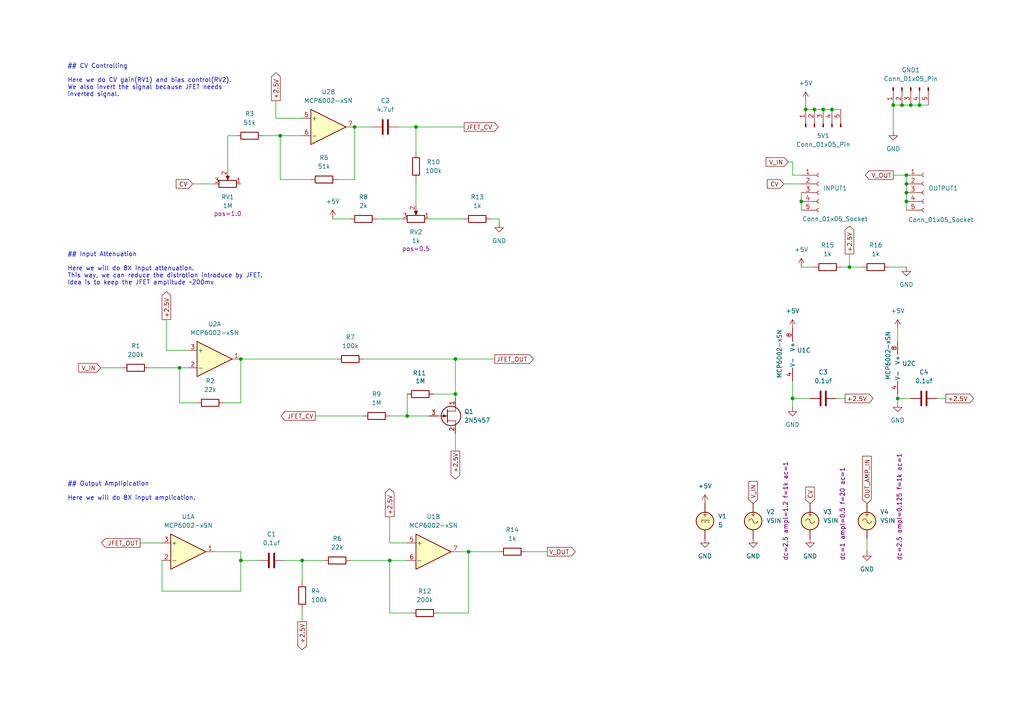
<source format=kicad_sch>
(kicad_sch (version 20231120) (generator "eeschema") (generator_version "8.0")
  (paper "A4")
  (lib_symbols
    (symbol "Amplifier_Operational:MCP6002-xSN" (pin_names (offset 0.127))
      (property "Reference" "U" (at 0 5.08 0))
      (property "Value" "MCP6002-xSN" (at 0 -5.08 0))
      (symbol "MCP6002-xSN_1_1"
        (polyline (pts (xy -5.08 5.08) (xy 5.08 0) (xy -5.08 -5.08) (xy -5.08 5.08)) (stroke (width 0.254)) (fill (type background)))
        (pin output line (at 7.62 0 180) (length 2.54) (name "~") (number "1"))
        (pin input line (at -7.62 -2.54 0) (length 2.54) (name "-") (number "2"))
        (pin input line (at -7.62 2.54 0) (length 2.54) (name "+") (number "3"))
      )
      (symbol "MCP6002-xSN_2_1"
        (polyline (pts (xy -5.08 5.08) (xy 5.08 0) (xy -5.08 -5.08) (xy -5.08 5.08)) (stroke (width 0.254)) (fill (type background)))
        (pin input line (at -7.62 2.54 0) (length 2.54) (name "+") (number "5"))
        (pin input line (at -7.62 -2.54 0) (length 2.54) (name "-") (number "6"))
        (pin output line (at 7.62 0 180) (length 2.54) (name "~") (number "7"))
      )
      (symbol "MCP6002-xSN_3_1"
        (pin power_in line (at -2.54 -7.62 90) (length 3.81) (name "V-") (number "4"))
        (pin power_in line (at -2.54 7.62 270) (length 3.81) (name "V+") (number "8"))
      )
    )
    (symbol "Connector:Conn_01x05_Pin" (pin_names (offset 1.016) hide)
      (property "Reference" "J" (at 0 7.62 0))
      (property "Value" "Conn_01x05_Pin" (at 0 -7.62 0))
      (symbol "Conn_01x05_Pin_1_1"
        (polyline (pts (xy 1.27 -5.08) (xy 0.8636 -5.08)) (stroke (width 0.1524)))
        (polyline (pts (xy 1.27 -2.54) (xy 0.8636 -2.54)) (stroke (width 0.1524)))
        (polyline (pts (xy 1.27 0) (xy 0.8636 0)) (stroke (width 0.1524)))
        (polyline (pts (xy 1.27 2.54) (xy 0.8636 2.54)) (stroke (width 0.1524)))
        (polyline (pts (xy 1.27 5.08) (xy 0.8636 5.08)) (stroke (width 0.1524)))
        (rectangle (start 0.8636 -4.953) (end 0 -5.207) (stroke (width 0.1524)) (fill (type outline)))
        (rectangle (start 0.8636 -2.413) (end 0 -2.667) (stroke (width 0.1524)) (fill (type outline)))
        (rectangle (start 0.8636 0.127) (end 0 -0.127) (stroke (width 0.1524)) (fill (type outline)))
        (rectangle (start 0.8636 2.667) (end 0 2.413) (stroke (width 0.1524)) (fill (type outline)))
        (rectangle (start 0.8636 5.207) (end 0 4.953) (stroke (width 0.1524)) (fill (type outline)))
        (pin passive line (at 5.08 5.08 180) (length 3.81) (name "Pin_1") (number "1"))
        (pin passive line (at 5.08 2.54 180) (length 3.81) (name "Pin_2") (number "2"))
        (pin passive line (at 5.08 0 180) (length 3.81) (name "Pin_3") (number "3"))
        (pin passive line (at 5.08 -2.54 180) (length 3.81) (name "Pin_4") (number "4"))
        (pin passive line (at 5.08 -5.08 180) (length 3.81) (name "Pin_5") (number "5"))
      )
    )
    (symbol "Connector:Conn_01x05_Socket" (pin_names (offset 1.016) hide)
      (property "Reference" "J" (at 0 7.62 0))
      (property "Value" "Conn_01x05_Socket" (at 0 -7.62 0))
      (symbol "Conn_01x05_Socket_1_1"
        (arc (start 0 -4.572) (mid -0.5058 -5.08) (end 0 -5.588) (stroke (width 0.1524)))
        (arc (start 0 -2.032) (mid -0.5058 -2.54) (end 0 -3.048) (stroke (width 0.1524)))
        (polyline (pts (xy -1.27 -5.08) (xy -0.508 -5.08)) (stroke (width 0.1524)))
        (polyline (pts (xy -1.27 -2.54) (xy -0.508 -2.54)) (stroke (width 0.1524)))
        (polyline (pts (xy -1.27 0) (xy -0.508 0)) (stroke (width 0.1524)))
        (polyline (pts (xy -1.27 2.54) (xy -0.508 2.54)) (stroke (width 0.1524)))
        (polyline (pts (xy -1.27 5.08) (xy -0.508 5.08)) (stroke (width 0.1524)))
        (arc (start 0 0.508) (mid -0.5058 0) (end 0 -0.508) (stroke (width 0.1524)))
        (arc (start 0 3.048) (mid -0.5058 2.54) (end 0 2.032) (stroke (width 0.1524)))
        (arc (start 0 5.588) (mid -0.5058 5.08) (end 0 4.572) (stroke (width 0.1524)))
        (pin passive line (at -5.08 5.08 0) (length 3.81) (name "Pin_1") (number "1"))
        (pin passive line (at -5.08 2.54 0) (length 3.81) (name "Pin_2") (number "2"))
        (pin passive line (at -5.08 0 0) (length 3.81) (name "Pin_3") (number "3"))
        (pin passive line (at -5.08 -2.54 0) (length 3.81) (name "Pin_4") (number "4"))
        (pin passive line (at -5.08 -5.08 0) (length 3.81) (name "Pin_5") (number "5"))
      )
    )
    (symbol "Device:C" (pin_numbers hide) (pin_names (offset 0.254))
      (property "Reference" "C" (at 0.635 2.54 0))
      (property "Value" "C" (at 0.635 -2.54 0))
      (symbol "C_0_1"
        (polyline (pts (xy -2.032 -0.762) (xy 2.032 -0.762)) (stroke (width 0.508)))
        (polyline (pts (xy -2.032 0.762) (xy 2.032 0.762)) (stroke (width 0.508)))
      )
      (symbol "C_1_1"
        (pin passive line (at 0 3.81 270) (length 2.794) (name "~") (number "1"))
        (pin passive line (at 0 -3.81 90) (length 2.794) (name "~") (number "2"))
      )
    )
    (symbol "Device:R" (pin_numbers hide) (pin_names (offset 0))
      (property "Reference" "R" (at 2.032 0 90))
      (property "Value" "R" (at 0 0 90))
      (symbol "R_0_1"
        (rectangle (start -1.016 -2.54) (end 1.016 2.54) (stroke (width 0.254)))
      )
      (symbol "R_1_1"
        (pin passive line (at 0 3.81 270) (length 1.27) (name "~") (number "1"))
        (pin passive line (at 0 -3.81 90) (length 1.27) (name "~") (number "2"))
      )
    )
    (symbol "Device:R_Potentiometer" (pin_names (offset 1.016) hide)
      (property "Reference" "RV" (at -4.445 0 90))
      (property "Value" "R_Potentiometer" (at -2.54 0 90))
      (symbol "R_Potentiometer_0_1"
        (polyline (pts (xy 2.54 0) (xy 1.524 0)))
        (polyline (pts (xy 1.143 0) (xy 2.286 0.508) (xy 2.286 -0.508) (xy 1.143 0)) (fill (type outline)))
        (rectangle (start 1.016 2.54) (end -1.016 -2.54) (stroke (width 0.254)))
      )
      (symbol "R_Potentiometer_1_1"
        (pin passive line (at 0 3.81 270) (length 1.27) (name "1") (number "1"))
        (pin passive line (at 3.81 0 180) (length 1.27) (name "2") (number "2"))
        (pin passive line (at 0 -3.81 90) (length 1.27) (name "3") (number "3"))
      )
    )
    (symbol "Simulation_SPICE:VDC" (pin_numbers hide) (pin_names (offset 0.0254))
      (property "Reference" "V" (at 2.54 2.54 0))
      (property "Value" "1" (at 2.54 0 0))
      (symbol "VDC_0_0"
        (polyline (pts (xy -1.27 0.254) (xy 1.27 0.254)))
        (polyline (pts (xy -0.762 -0.254) (xy -1.27 -0.254)))
        (polyline (pts (xy 0.254 -0.254) (xy -0.254 -0.254)))
        (polyline (pts (xy 1.27 -0.254) (xy 0.762 -0.254)))
        (text "+" (at 0 1.905 0) (effects (font (size 1.27 1.27))))
      )
      (symbol "VDC_0_1"
        (circle (center 0 0) (radius 2.54) (stroke (width 0.254)) (fill (type background)))
      )
      (symbol "VDC_1_1"
        (pin passive line (at 0 5.08 270) (length 2.54) (name "~") (number "1"))
        (pin passive line (at 0 -5.08 90) (length 2.54) (name "~") (number "2"))
      )
    )
    (symbol "Simulation_SPICE:VSIN" (pin_numbers hide) (pin_names (offset 0.0254))
      (property "Reference" "V" (at 2.54 2.54 0))
      (property "Value" "VSIN" (at 2.54 0 0))
      (property "Sim.Params" "dc=0 ampl=1 f=1k ac=1" (at 2.54 -2.54 0))
      (symbol "VSIN_0_0"
        (arc (start 0 0) (mid -0.635 0.6323) (end -1.27 0))
        (arc (start 0 0) (mid 0.635 -0.6323) (end 1.27 0))
        (text "+" (at 0 1.905 0) (effects (font (size 1.27 1.27))))
      )
      (symbol "VSIN_0_1"
        (circle (center 0 0) (radius 2.54) (stroke (width 0.254)) (fill (type background)))
      )
      (symbol "VSIN_1_1"
        (pin passive line (at 0 5.08 270) (length 2.54) (name "~") (number "1"))
        (pin passive line (at 0 -5.08 90) (length 2.54) (name "~") (number "2"))
      )
    )
    (symbol "Transistor_FET:BSR56" (pin_names hide)
      (property "Reference" "Q" (at 5.08 1.905 0))
      (property "Value" "BSR56" (at 5.08 0 0))
      (symbol "BSR56_0_1"
        (polyline (pts (xy 0.254 0) (xy -2.54 0)))
        (polyline (pts (xy 0.254 1.905) (xy 0.254 -1.905)) (stroke (width 0.254)))
        (polyline (pts (xy 2.54 -2.54) (xy 2.54 -1.397) (xy 0.254 -1.397)))
        (polyline (pts (xy 2.54 2.54) (xy 2.54 1.397) (xy 0.254 1.397)))
        (polyline (pts (xy 0 0) (xy -1.016 0.381) (xy -1.016 -0.381) (xy 0 0)) (fill (type outline)))
        (circle (center 1.27 0) (radius 2.8194) (stroke (width 0.254)))
      )
      (symbol "BSR56_1_1"
        (pin passive line (at 2.54 5.08 270) (length 2.54) (name "D") (number "1"))
        (pin passive line (at 2.54 -5.08 90) (length 2.54) (name "S") (number "2"))
        (pin input line (at -5.08 0 0) (length 2.54) (name "G") (number "3"))
      )
    )
    (symbol "power:+5V" (power) (pin_numbers hide) (pin_names (offset 0) hide)
      (property "Value" "+5V" (at 0 3.556 0))
      (symbol "+5V_0_1"
        (polyline (pts (xy -0.762 1.27) (xy 0 2.54)))
        (polyline (pts (xy 0 0) (xy 0 2.54)))
        (polyline (pts (xy 0 2.54) (xy 0.762 1.27)))
      )
      (symbol "+5V_1_1"
        (pin power_in line (at 0 0 90) (length 0) (name "~") (number "1"))
      )
    )
    (symbol "power:GND" (power) (pin_numbers hide) (pin_names (offset 0) hide)
      (property "Value" "GND" (at 0 -3.81 0))
      (symbol "GND_0_1"
        (polyline (pts (xy 0 0) (xy 0 -1.27) (xy 1.27 -1.27) (xy 0 -2.54) (xy -1.27 -1.27) (xy 0 -1.27)))
      )
      (symbol "GND_1_1"
        (pin power_in line (at 0 0 270) (length 0) (name "~") (number "1"))
      )
    )
  )
  (junction (at 236.22 31.75))
  (junction (at 261.62 30.48))
  (junction (at 118.11 120.65))
  (junction (at 233.68 31.75))
  (junction (at 241.3 31.75))
  (junction (at 229.87 115.57))
  (junction (at 266.7 30.48))
  (junction (at 262.89 55.88))
  (junction (at 232.41 58.42))
  (junction (at 132.08 114.3))
  (junction (at 262.89 53.34))
  (junction (at 69.85 162.56))
  (junction (at 246.38 77.47))
  (junction (at 102.87 36.83))
  (junction (at 135.89 160.02))
  (junction (at 264.16 30.48))
  (junction (at 260.35 115.57))
  (junction (at 132.08 104.14))
  (junction (at 113.03 162.56))
  (junction (at 52.07 106.68))
  (junction (at 87.63 162.56))
  (junction (at 238.76 31.75))
  (junction (at 262.89 50.8))
  (junction (at 120.65 36.83))
  (junction (at 262.89 58.42))
  (junction (at 69.85 104.14))
  (junction (at 259.08 30.48))
  (junction (at 81.28 39.37))
  (wire (pts (xy 66.04 39.37) (xy 66.04 49.53)))
  (wire (pts (xy 124.46 63.5) (xy 134.62 63.5)))
  (wire (pts (xy 118.11 120.65) (xy 124.46 120.65)))
  (wire (pts (xy 135.89 177.8) (xy 135.89 160.02)))
  (wire (pts (xy 119.38 177.8) (xy 113.03 177.8)))
  (wire (pts (xy 105.41 104.14) (xy 132.08 104.14)))
  (wire (pts (xy 102.87 52.07) (xy 102.87 36.83)))
  (wire (pts (xy 262.89 55.88) (xy 262.89 58.42)))
  (wire (pts (xy 40.64 157.48) (xy 46.99 157.48)))
  (wire (pts (xy 102.87 36.83) (xy 107.95 36.83)))
  (wire (pts (xy 229.87 118.11) (xy 229.87 115.57)))
  (wire (pts (xy 229.87 50.8) (xy 232.41 50.8)))
  (wire (pts (xy 118.11 162.56) (xy 113.03 162.56)))
  (wire (pts (xy 101.6 162.56) (xy 113.03 162.56)))
  (wire (pts (xy 241.3 31.75) (xy 243.84 31.75)))
  (wire (pts (xy 259.08 50.8) (xy 262.89 50.8)))
  (wire (pts (xy 120.65 52.07) (xy 120.65 59.69)))
  (wire (pts (xy 81.28 52.07) (xy 81.28 39.37)))
  (wire (pts (xy 113.03 157.48) (xy 113.03 149.86)))
  (wire (pts (xy 54.61 101.6) (xy 48.26 101.6)))
  (wire (pts (xy 55.88 53.34) (xy 62.23 53.34)))
  (wire (pts (xy 80.01 34.29) (xy 80.01 29.21)))
  (wire (pts (xy 229.87 110.49) (xy 229.87 115.57)))
  (wire (pts (xy 233.68 31.75) (xy 236.22 31.75)))
  (wire (pts (xy 96.52 63.5) (xy 101.6 63.5)))
  (wire (pts (xy 69.85 160.02) (xy 69.85 162.56)))
  (wire (pts (xy 232.41 58.42) (xy 232.41 60.96)))
  (wire (pts (xy 97.79 52.07) (xy 102.87 52.07)))
  (wire (pts (xy 245.11 115.57) (xy 242.57 115.57)))
  (wire (pts (xy 43.18 106.68) (xy 52.07 106.68)))
  (wire (pts (xy 87.63 180.34) (xy 87.63 176.53)))
  (wire (pts (xy 46.99 171.45) (xy 46.99 162.56)))
  (wire (pts (xy 132.08 130.81) (xy 132.08 125.73)))
  (wire (pts (xy 69.85 104.14) (xy 97.79 104.14)))
  (wire (pts (xy 69.85 162.56) (xy 74.93 162.56)))
  (wire (pts (xy 266.7 30.48) (xy 269.24 30.48)))
  (wire (pts (xy 91.44 120.65) (xy 105.41 120.65)))
  (wire (pts (xy 125.73 114.3) (xy 132.08 114.3)))
  (wire (pts (xy 118.11 114.3) (xy 118.11 120.65)))
  (wire (pts (xy 120.65 36.83) (xy 134.62 36.83)))
  (wire (pts (xy 29.21 106.68) (xy 35.56 106.68)))
  (wire (pts (xy 238.76 31.75) (xy 241.3 31.75)))
  (wire (pts (xy 259.08 30.48) (xy 261.62 30.48)))
  (wire (pts (xy 118.11 157.48) (xy 113.03 157.48)))
  (wire (pts (xy 260.35 115.57) (xy 264.16 115.57)))
  (wire (pts (xy 135.89 160.02) (xy 144.78 160.02)))
  (wire (pts (xy 87.63 162.56) (xy 87.63 168.91)))
  (wire (pts (xy 62.23 160.02) (xy 69.85 160.02)))
  (wire (pts (xy 259.08 30.48) (xy 259.08 38.1)))
  (wire (pts (xy 233.68 31.75) (xy 233.68 29.21)))
  (wire (pts (xy 113.03 120.65) (xy 118.11 120.65)))
  (wire (pts (xy 262.89 77.47) (xy 257.81 77.47)))
  (wire (pts (xy 52.07 116.84) (xy 52.07 106.68)))
  (wire (pts (xy 87.63 162.56) (xy 93.98 162.56)))
  (wire (pts (xy 234.95 115.57) (xy 229.87 115.57)))
  (wire (pts (xy 133.35 160.02) (xy 135.89 160.02)))
  (wire (pts (xy 229.87 46.99) (xy 229.87 50.8)))
  (wire (pts (xy 232.41 55.88) (xy 232.41 58.42)))
  (wire (pts (xy 69.85 171.45) (xy 46.99 171.45)))
  (wire (pts (xy 132.08 104.14) (xy 132.08 114.3)))
  (wire (pts (xy 120.65 36.83) (xy 120.65 44.45)))
  (wire (pts (xy 109.22 63.5) (xy 116.84 63.5)))
  (wire (pts (xy 264.16 30.48) (xy 266.7 30.48)))
  (wire (pts (xy 132.08 104.14) (xy 143.51 104.14)))
  (wire (pts (xy 142.24 63.5) (xy 144.78 63.5)))
  (wire (pts (xy 144.78 63.5) (xy 144.78 64.77)))
  (wire (pts (xy 64.77 116.84) (xy 69.85 116.84)))
  (wire (pts (xy 69.85 162.56) (xy 69.85 171.45)))
  (wire (pts (xy 227.33 53.34) (xy 232.41 53.34)))
  (wire (pts (xy 48.26 101.6) (xy 48.26 92.71)))
  (wire (pts (xy 152.4 160.02) (xy 158.75 160.02)))
  (wire (pts (xy 274.32 115.57) (xy 271.78 115.57)))
  (wire (pts (xy 260.35 115.57) (xy 260.35 114.3)))
  (wire (pts (xy 57.15 116.84) (xy 52.07 116.84)))
  (wire (pts (xy 90.17 52.07) (xy 81.28 52.07)))
  (wire (pts (xy 232.41 77.47) (xy 236.22 77.47)))
  (wire (pts (xy 251.46 156.21) (xy 251.46 160.02)))
  (wire (pts (xy 66.04 39.37) (xy 68.58 39.37)))
  (wire (pts (xy 246.38 73.66) (xy 246.38 77.47)))
  (wire (pts (xy 52.07 106.68) (xy 54.61 106.68)))
  (wire (pts (xy 262.89 53.34) (xy 262.89 55.88)))
  (wire (pts (xy 236.22 31.75) (xy 238.76 31.75)))
  (wire (pts (xy 87.63 34.29) (xy 80.01 34.29)))
  (wire (pts (xy 262.89 58.42) (xy 262.89 60.96)))
  (wire (pts (xy 76.2 39.37) (xy 81.28 39.37)))
  (wire (pts (xy 260.35 116.84) (xy 260.35 115.57)))
  (wire (pts (xy 81.28 39.37) (xy 87.63 39.37)))
  (wire (pts (xy 113.03 177.8) (xy 113.03 162.56)))
  (wire (pts (xy 69.85 116.84) (xy 69.85 104.14)))
  (wire (pts (xy 262.89 50.8) (xy 262.89 53.34)))
  (wire (pts (xy 246.38 77.47) (xy 250.19 77.47)))
  (wire (pts (xy 132.08 114.3) (xy 132.08 115.57)))
  (wire (pts (xy 260.35 95.25) (xy 260.35 99.06)))
  (wire (pts (xy 228.6 46.99) (xy 229.87 46.99)))
  (wire (pts (xy 127 177.8) (xy 135.89 177.8)))
  (wire (pts (xy 261.62 30.48) (xy 264.16 30.48)))
  (wire (pts (xy 243.84 77.47) (xy 246.38 77.47)))
  (wire (pts (xy 82.55 162.56) (xy 87.63 162.56)))
  (wire (pts (xy 115.57 36.83) (xy 120.65 36.83)))
  (text "## CV Controlling\n\nHere we do CV gain(RV1) and bias control(RV2).\nWe also invert the signal because JFET needs\ninverted signal." (exclude_from_sim yes) (at 19.558 23.368 0) (effects (font (size 1.27 1.27)) (justify left)))
  (text "## Input Attenuation\n\nHere we will do 8X input attenuation.\nThis way, we can reduce the distrotion introduce by JFET.\nIdea is to keep the JFET amplitude ~200mv" (exclude_from_sim yes) (at 19.558 77.978 0) (effects (font (size 1.27 1.27)) (justify left)))
  (text "## Output Amplipication\n\nHere we will do 8X input amplication." (exclude_from_sim yes) (at 19.558 142.494 0) (effects (font (size 1.27 1.27)) (justify left)))
  (global_label "+2.5V" (shape output) (at 245.11 115.57 0) (property "Intersheetrefs" "${INTERSHEET_REFS}" (effects (hide yes))))
  (global_label "V_IN" (shape input) (at 29.21 106.68 180) (property "Intersheetrefs" "${INTERSHEET_REFS}" (effects (hide yes))))
  (global_label "JFET_OUT" (shape output) (at 40.64 157.48 180) (property "Intersheetrefs" "${INTERSHEET_REFS}" (effects (hide yes))))
  (global_label "JFET_CV" (shape output) (at 91.44 120.65 180) (property "Intersheetrefs" "${INTERSHEET_REFS}" (effects (hide yes))))
  (global_label "V_OUT" (shape output) (at 158.75 160.02 0) (property "Intersheetrefs" "${INTERSHEET_REFS}" (effects (hide yes))))
  (global_label "OUT_AMP_IN" (shape input) (at 251.46 146.05 90) (property "Intersheetrefs" "${INTERSHEET_REFS}" (effects (hide yes))))
  (global_label "CV" (shape input) (at 55.88 53.34 180) (property "Intersheetrefs" "${INTERSHEET_REFS}" (effects (hide yes))))
  (global_label "+2.5V" (shape output) (at 113.03 149.86 90) (property "Intersheetrefs" "${INTERSHEET_REFS}" (effects (hide yes))))
  (global_label "+2.5V" (shape output) (at 48.26 92.71 90) (property "Intersheetrefs" "${INTERSHEET_REFS}" (effects (hide yes))))
  (global_label "+2.5V" (shape output) (at 132.08 130.81 270) (property "Intersheetrefs" "${INTERSHEET_REFS}" (effects (hide yes))))
  (global_label "JFET_OUT" (shape output) (at 143.51 104.14 0) (property "Intersheetrefs" "${INTERSHEET_REFS}" (effects (hide yes))))
  (global_label "+2.5V" (shape output) (at 87.63 180.34 270) (property "Intersheetrefs" "${INTERSHEET_REFS}" (effects (hide yes))))
  (global_label "JFET_CV" (shape output) (at 134.62 36.83 0) (property "Intersheetrefs" "${INTERSHEET_REFS}" (effects (hide yes))))
  (global_label "V_IN" (shape input) (at 218.44 146.05 90) (property "Intersheetrefs" "${INTERSHEET_REFS}" (effects (hide yes))))
  (global_label "CV" (shape input) (at 227.33 53.34 180) (property "Intersheetrefs" "${INTERSHEET_REFS}" (effects (hide yes))))
  (global_label "+2.5V" (shape output) (at 80.01 29.21 90) (property "Intersheetrefs" "${INTERSHEET_REFS}" (effects (hide yes))))
  (global_label "+2.5V" (shape output) (at 246.38 73.66 90) (property "Intersheetrefs" "${INTERSHEET_REFS}" (effects (hide yes))))
  (global_label "V_OUT" (shape output) (at 259.08 50.8 180) (property "Intersheetrefs" "${INTERSHEET_REFS}" (effects (hide yes))))
  (global_label "V_IN" (shape input) (at 228.6 46.99 180) (property "Intersheetrefs" "${INTERSHEET_REFS}" (effects (hide yes))))
  (global_label "+2.5V" (shape output) (at 274.32 115.57 0) (property "Intersheetrefs" "${INTERSHEET_REFS}" (effects (hide yes))))
  (global_label "CV" (shape input) (at 234.95 146.05 90) (property "Intersheetrefs" "${INTERSHEET_REFS}" (effects (hide yes))))
  (symbol (lib_id "Simulation_SPICE:VDC") (at 204.47 151.13 0) (unit 1) (on_board no)
    (property "Reference" "V1" (at 208.28 149.7301 0) (effects (justify left)))
    (property "Value" "5" (at 208.28 152.2701 0) (effects (justify left)))
    (property "Datasheet" "https://ngspice.sourceforge.io/docs/ngspice-html-manual/manual.xhtml#sec_Independent_Sources_for" (effects (hide yes)))
    (property "Description" "Voltage source, DC" (effects (hide yes)))
    (property "Sim.Pins" "1=+ 2=-" (effects (hide yes)))
    (property "Sim.Type" "DC" (effects (hide yes)))
    (property "Sim.Device" "V" (effects (hide yes)))
  )
  (symbol (lib_id "Transistor_FET:BSR56") (at 129.54 120.65 0) (unit 1)
    (property "Reference" "Q1" (at 134.62 119.3799 0) (effects (justify left)))
    (property "Value" "2N5457" (at 134.62 121.9199 0) (effects (justify left)))
    (property "Footprint" "Package_TO_SOT_THT:TO-92L_HandSolder" (effects (hide yes)))
    (property "Datasheet" "https://www.nxp.com/docs/en/data-sheet/BSR56_57_58.pdf" (effects (hide yes)))
    (property "Description" "50mA min, 40V, 25mOhm max, 4-10V Vgs(off), N-Channel JFET, SOT-23" (effects (hide yes)))
    (property "Sim.Device" "NJFET" (effects (hide yes)))
    (property "Sim.Type" "SHICHMANHODGES" (effects (hide yes)))
    (property "Sim.Pins" "1=D 2=S 3=G" (effects (hide yes)))
    (property "Sim.Library" "/Users/arunoda/data/projects/kicad-splice-models/2N5457.lib" (effects (hide yes)))
    (property "Sim.Name" "2N5457" (effects (hide yes)))
    (property "Sim.Params" "vt0=-1 beta=0.0000001" (effects (hide yes)))
  )
  (symbol (lib_id "Connector:Conn_01x05_Pin") (at 238.76 36.83 90) (unit 1) (exclude_from_sim yes)
    (property "Reference" "5V1" (at 238.76 39.37 90))
    (property "Value" "Conn_01x05_Pin" (at 238.76 41.91 90))
    (property "Footprint" "Connector_PinHeader_2.54mm:PinHeader_1x05_P2.54mm_Vertical" (effects (hide yes)))
    (property "Description" "Generic connector, single row, 01x05, script generated" (effects (hide yes)))
  )
  (symbol (lib_id "Device:C") (at 238.76 115.57 90) (unit 1)
    (property "Reference" "C3" (at 238.76 107.95 90))
    (property "Value" "0.1uf" (at 238.76 110.49 90))
    (property "Footprint" "Capacitor_SMD:C_0402_1005Metric" (effects (hide yes)))
    (property "Description" "Unpolarized capacitor" (effects (hide yes)))
  )
  (symbol (lib_id "Amplifier_Operational:MCP6002-xSN") (at 62.23 104.14 0) (unit 1)
    (property "Reference" "U2" (at 62.23 93.98 0))
    (property "Value" "MCP6002-xSN" (at 62.23 96.52 0))
    (property "Footprint" "Package_SO:SOIC-8-1EP_3.9x4.9mm_P1.27mm_EP2.29x3mm" (effects (hide yes)))
    (property "Datasheet" "http://ww1.microchip.com/downloads/en/DeviceDoc/21733j.pdf" (effects (hide yes)))
    (property "Description" "1MHz, Low-Power Op Amp, SOIC-8" (effects (hide yes)))
    (property "Sim.Library" "${KICAD8_SYMBOL_DIR}/Simulation_SPICE.sp" (effects (hide yes)))
    (property "Sim.Name" "kicad_builtin_opamp_dual" (effects (hide yes)))
    (property "Sim.Device" "SUBCKT" (effects (hide yes)))
    (property "Sim.Pins" "1=out1 2=in1- 3=in1+ 4=vee 5=in2+ 6=in2- 7=out2 8=vcc" (effects (hide yes)))
  )
  (symbol (lib_id "Device:R_Potentiometer") (at 66.04 53.34 270) (mirror x) (unit 1)
    (property "Reference" "RV1" (at 66.04 57.15 90))
    (property "Value" "1M" (at 66.04 59.69 90))
    (property "Footprint" "BreadModular_Pots:Potentiometer_RV09" (effects (hide yes)))
    (property "Description" "Potentiometer" (effects (hide yes)))
    (property "Sim.Device" "R" (effects (hide yes)))
    (property "Sim.Type" "POT" (effects (hide yes)))
    (property "Sim.Pins" "1=r0 2=wiper 3=r1" (effects (hide yes)))
    (property "Sim.Params" "pos=1.0" (at 66.04 61.976 90))
  )
  (symbol (lib_id "Device:R") (at 101.6 104.14 270) (unit 1)
    (property "Reference" "R7" (at 101.6 97.79 90))
    (property "Value" "100k" (at 101.6 100.33 90))
    (property "Footprint" "Resistor_SMD:R_0402_1005Metric" (effects (hide yes)))
    (property "Description" "Resistor" (effects (hide yes)))
  )
  (symbol (lib_id "power:+5V") (at 232.41 77.47 0) (unit 1)
    (property "Reference" "#PWR08" (effects (hide yes)))
    (property "Value" "+5V" (at 232.41 72.39 0))
    (property "Description" "Power symbol creates a global label with name \"+5V\"" (effects (hide yes)))
  )
  (symbol (lib_id "Amplifier_Operational:MCP6002-xSN") (at 54.61 160.02 0) (unit 1)
    (property "Reference" "U1" (at 54.61 149.86 0))
    (property "Value" "MCP6002-xSN" (at 54.61 152.4 0))
    (property "Footprint" "Package_SO:SOIC-8-1EP_3.9x4.9mm_P1.27mm_EP2.29x3mm" (effects (hide yes)))
    (property "Datasheet" "http://ww1.microchip.com/downloads/en/DeviceDoc/21733j.pdf" (effects (hide yes)))
    (property "Description" "1MHz, Low-Power Op Amp, SOIC-8" (effects (hide yes)))
    (property "Sim.Library" "${KICAD8_SYMBOL_DIR}/Simulation_SPICE.sp" (effects (hide yes)))
    (property "Sim.Name" "kicad_builtin_opamp_dual" (effects (hide yes)))
    (property "Sim.Device" "SUBCKT" (effects (hide yes)))
    (property "Sim.Pins" "1=out1 2=in1- 3=in1+ 4=vee 5=in2+ 6=in2- 7=out2 8=vcc" (effects (hide yes)))
  )
  (symbol (lib_id "power:+5V") (at 204.47 146.05 0) (unit 1)
    (property "Reference" "#PWR03" (effects (hide yes)))
    (property "Value" "+5V" (at 204.47 140.97 0))
    (property "Description" "Power symbol creates a global label with name \"+5V\"" (effects (hide yes)))
  )
  (symbol (lib_id "power:GND") (at 251.46 160.02 0) (unit 1)
    (property "Reference" "#PWR011" (effects (hide yes)))
    (property "Value" "GND" (at 251.46 165.1 0))
    (property "Description" "Power symbol creates a global label with name \"GND\" , ground" (effects (hide yes)))
  )
  (symbol (lib_id "Device:R") (at 60.96 116.84 270) (unit 1)
    (property "Reference" "R2" (at 60.96 110.49 90))
    (property "Value" "22k" (at 60.96 113.03 90))
    (property "Footprint" "Resistor_SMD:R_0402_1005Metric" (effects (hide yes)))
    (property "Description" "Resistor" (effects (hide yes)))
  )
  (symbol (lib_id "Simulation_SPICE:VSIN") (at 218.44 151.13 0) (unit 1) (on_board no)
    (property "Reference" "V2" (at 222.25 148.4601 0) (effects (justify left)))
    (property "Value" "VSIN" (at 222.25 151.0001 0) (effects (justify left)))
    (property "Datasheet" "https://ngspice.sourceforge.io/docs/ngspice-html-manual/manual.xhtml#sec_Independent_Sources_for" (effects (hide yes)))
    (property "Description" "Voltage source, sinusoidal" (effects (hide yes)))
    (property "Sim.Pins" "1=+ 2=-" (effects (hide yes)))
    (property "Sim.Params" "dc=2.5 ampl=1.2 f=1k ac=1" (at 227.838 162.56 90) (effects (justify left)))
    (property "Sim.Type" "SIN" (effects (hide yes)))
    (property "Sim.Device" "V" (effects (hide yes)))
  )
  (symbol (lib_id "power:+5V") (at 233.68 29.21 0) (unit 1)
    (property "Reference" "#PWR09" (effects (hide yes)))
    (property "Value" "+5V" (at 233.68 24.13 0))
    (property "Description" "Power symbol creates a global label with name \"+5V\"" (effects (hide yes)))
  )
  (symbol (lib_id "Amplifier_Operational:MCP6002-xSN") (at 95.25 36.83 0) (unit 2)
    (property "Reference" "U2" (at 95.25 26.67 0))
    (property "Value" "MCP6002-xSN" (at 95.25 29.21 0))
    (property "Footprint" "Package_SO:SOIC-8-1EP_3.9x4.9mm_P1.27mm_EP2.29x3mm" (effects (hide yes)))
    (property "Datasheet" "http://ww1.microchip.com/downloads/en/DeviceDoc/21733j.pdf" (effects (hide yes)))
    (property "Description" "1MHz, Low-Power Op Amp, SOIC-8" (effects (hide yes)))
    (property "Sim.Library" "${KICAD8_SYMBOL_DIR}/Simulation_SPICE.sp" (effects (hide yes)))
    (property "Sim.Name" "kicad_builtin_opamp_dual" (effects (hide yes)))
    (property "Sim.Device" "SUBCKT" (effects (hide yes)))
    (property "Sim.Pins" "1=out1 2=in1- 3=in1+ 4=vee 5=in2+ 6=in2- 7=out2 8=vcc" (effects (hide yes)))
  )
  (symbol (lib_id "power:GND") (at 259.08 38.1 0) (unit 1)
    (property "Reference" "#PWR012" (effects (hide yes)))
    (property "Value" "GND" (at 259.08 43.18 0))
    (property "Description" "Power symbol creates a global label with name \"GND\" , ground" (effects (hide yes)))
  )
  (symbol (lib_id "Device:R") (at 72.39 39.37 270) (unit 1)
    (property "Reference" "R3" (at 72.39 33.02 90))
    (property "Value" "51k" (at 72.39 35.56 90))
    (property "Footprint" "Resistor_SMD:R_0402_1005Metric" (effects (hide yes)))
    (property "Description" "Resistor" (effects (hide yes)))
  )
  (symbol (lib_id "Simulation_SPICE:VSIN") (at 234.95 151.13 0) (unit 1) (on_board no)
    (property "Reference" "V3" (at 238.76 148.4601 0) (effects (justify left)))
    (property "Value" "VSIN" (at 238.76 151.0001 0) (effects (justify left)))
    (property "Datasheet" "https://ngspice.sourceforge.io/docs/ngspice-html-manual/manual.xhtml#sec_Independent_Sources_for" (effects (hide yes)))
    (property "Description" "Voltage source, sinusoidal" (effects (hide yes)))
    (property "Sim.Pins" "1=+ 2=-" (effects (hide yes)))
    (property "Sim.Params" "dc=1 ampl=0.5 f=20 ac=1" (at 244.348 162.56 90) (effects (justify left)))
    (property "Sim.Type" "SIN" (effects (hide yes)))
    (property "Sim.Device" "V" (effects (hide yes)))
  )
  (symbol (lib_id "power:GND") (at 218.44 156.21 0) (unit 1)
    (property "Reference" "#PWR05" (effects (hide yes)))
    (property "Value" "GND" (at 218.44 161.29 0))
    (property "Description" "Power symbol creates a global label with name \"GND\" , ground" (effects (hide yes)))
  )
  (symbol (lib_id "Device:R") (at 97.79 162.56 90) (unit 1)
    (property "Reference" "R6" (at 97.79 156.21 90))
    (property "Value" "22k" (at 97.79 158.75 90))
    (property "Footprint" "Resistor_SMD:R_0402_1005Metric" (effects (hide yes)))
    (property "Description" "Resistor" (effects (hide yes)))
  )
  (symbol (lib_id "power:GND") (at 229.87 118.11 0) (unit 1)
    (property "Reference" "#PWR07" (effects (hide yes)))
    (property "Value" "GND" (at 229.87 123.19 0))
    (property "Description" "Power symbol creates a global label with name \"GND\" , ground" (effects (hide yes)))
  )
  (symbol (lib_id "Device:R") (at 148.59 160.02 90) (unit 1)
    (property "Reference" "R14" (at 148.59 153.67 90))
    (property "Value" "1k" (at 148.59 156.21 90))
    (property "Footprint" "Resistor_SMD:R_0402_1005Metric" (effects (hide yes)))
    (property "Description" "Resistor" (effects (hide yes)))
  )
  (symbol (lib_id "Device:R") (at 240.03 77.47 90) (unit 1)
    (property "Reference" "R15" (at 240.03 71.12 90))
    (property "Value" "1k" (at 240.03 73.66 90))
    (property "Footprint" "Resistor_SMD:R_0402_1005Metric" (effects (hide yes)))
    (property "Description" "Resistor" (effects (hide yes)))
  )
  (symbol (lib_id "power:GND") (at 204.47 156.21 0) (unit 1)
    (property "Reference" "#PWR04" (effects (hide yes)))
    (property "Value" "GND" (at 204.47 161.29 0))
    (property "Description" "Power symbol creates a global label with name \"GND\" , ground" (effects (hide yes)))
  )
  (symbol (lib_id "Device:R") (at 87.63 172.72 0) (unit 1)
    (property "Reference" "R4" (at 90.17 171.4499 0) (effects (justify left)))
    (property "Value" "100k" (at 90.17 173.9899 0) (effects (justify left)))
    (property "Footprint" "Resistor_SMD:R_0402_1005Metric" (effects (hide yes)))
    (property "Description" "Resistor" (effects (hide yes)))
  )
  (symbol (lib_id "power:+5V") (at 96.52 63.5 0) (unit 1)
    (property "Reference" "#PWR01" (effects (hide yes)))
    (property "Value" "+5V" (at 96.52 58.42 0))
    (property "Description" "Power symbol creates a global label with name \"+5V\"" (effects (hide yes)))
  )
  (symbol (lib_id "Device:C") (at 111.76 36.83 90) (unit 1)
    (property "Reference" "C2" (at 111.76 29.21 90))
    (property "Value" "4.7uf" (at 111.76 31.75 90))
    (property "Footprint" "Capacitor_SMD:C_1206_3216Metric" (effects (hide yes)))
    (property "Description" "Unpolarized capacitor" (effects (hide yes)))
  )
  (symbol (lib_id "Device:C") (at 78.74 162.56 90) (unit 1)
    (property "Reference" "C1" (at 78.74 154.94 90))
    (property "Value" "0.1uf" (at 78.74 157.48 90))
    (property "Footprint" "Capacitor_SMD:C_0402_1005Metric" (effects (hide yes)))
    (property "Description" "Unpolarized capacitor" (effects (hide yes)))
  )
  (symbol (lib_id "Device:R") (at 254 77.47 90) (unit 1)
    (property "Reference" "R16" (at 254 71.12 90))
    (property "Value" "1k" (at 254 73.66 90))
    (property "Footprint" "Resistor_SMD:R_0402_1005Metric" (effects (hide yes)))
    (property "Description" "Resistor" (effects (hide yes)))
  )
  (symbol (lib_id "power:GND") (at 260.35 116.84 0) (unit 1)
    (property "Reference" "#PWR014" (effects (hide yes)))
    (property "Value" "GND" (at 260.35 121.92 0))
    (property "Description" "Power symbol creates a global label with name \"GND\" , ground" (effects (hide yes)))
  )
  (symbol (lib_id "Amplifier_Operational:MCP6002-xSN") (at 262.89 106.68 0) (unit 3)
    (property "Reference" "U2" (at 261.62 105.4099 0) (effects (justify left)))
    (property "Value" "MCP6002-xSN" (at 257.556 110.236 90) (effects (justify left)))
    (property "Footprint" "Package_SO:SOIC-8-1EP_3.9x4.9mm_P1.27mm_EP2.29x3mm" (effects (hide yes)))
    (property "Datasheet" "http://ww1.microchip.com/downloads/en/DeviceDoc/21733j.pdf" (effects (hide yes)))
    (property "Description" "1MHz, Low-Power Op Amp, SOIC-8" (effects (hide yes)))
    (property "Sim.Library" "${KICAD8_SYMBOL_DIR}/Simulation_SPICE.sp" (effects (hide yes)))
    (property "Sim.Name" "kicad_builtin_opamp_dual" (effects (hide yes)))
    (property "Sim.Device" "SUBCKT" (effects (hide yes)))
    (property "Sim.Pins" "1=out1 2=in1- 3=in1+ 4=vee 5=in2+ 6=in2- 7=out2 8=vcc" (effects (hide yes)))
  )
  (symbol (lib_id "Device:C") (at 267.97 115.57 90) (unit 1)
    (property "Reference" "C4" (at 267.97 107.95 90))
    (property "Value" "0.1uf" (at 267.97 110.49 90))
    (property "Footprint" "Capacitor_SMD:C_0402_1005Metric" (effects (hide yes)))
    (property "Description" "Unpolarized capacitor" (effects (hide yes)))
  )
  (symbol (lib_id "Device:R_Potentiometer") (at 120.65 63.5 270) (mirror x) (unit 1)
    (property "Reference" "RV2" (at 120.65 67.31 90))
    (property "Value" "1k" (at 120.65 69.85 90))
    (property "Footprint" "BreadModular_Pots:Potentiometer_RV09" (effects (hide yes)))
    (property "Description" "Potentiometer" (effects (hide yes)))
    (property "Sim.Device" "R" (effects (hide yes)))
    (property "Sim.Type" "POT" (effects (hide yes)))
    (property "Sim.Pins" "1=r0 2=wiper 3=r1" (effects (hide yes)))
    (property "Sim.Params" "pos=0.5" (at 120.65 72.136 90))
  )
  (symbol (lib_id "power:+5V") (at 229.87 95.25 0) (unit 1)
    (property "Reference" "#PWR06" (effects (hide yes)))
    (property "Value" "+5V" (at 229.87 90.17 0))
    (property "Description" "Power symbol creates a global label with name \"+5V\"" (effects (hide yes)))
  )
  (symbol (lib_id "Connector:Conn_01x05_Socket") (at 267.97 55.88 0) (unit 1) (exclude_from_sim yes)
    (property "Reference" "OUTPUT1" (at 269.24 54.6099 0) (effects (justify left)))
    (property "Value" "Conn_01x05_Socket" (at 263.398 63.754 0) (effects (justify left)))
    (property "Footprint" "Connector_PinSocket_2.54mm:PinSocket_1x05_P2.54mm_Vertical" (effects (hide yes)))
    (property "Description" "Generic connector, single row, 01x05, script generated" (effects (hide yes)))
  )
  (symbol (lib_id "Amplifier_Operational:MCP6002-xSN") (at 125.73 160.02 0) (unit 2)
    (property "Reference" "U1" (at 125.73 149.86 0))
    (property "Value" "MCP6002-xSN" (at 125.73 152.4 0))
    (property "Footprint" "Package_SO:SOIC-8-1EP_3.9x4.9mm_P1.27mm_EP2.29x3mm" (effects (hide yes)))
    (property "Datasheet" "http://ww1.microchip.com/downloads/en/DeviceDoc/21733j.pdf" (effects (hide yes)))
    (property "Description" "1MHz, Low-Power Op Amp, SOIC-8" (effects (hide yes)))
    (property "Sim.Library" "${KICAD8_SYMBOL_DIR}/Simulation_SPICE.sp" (effects (hide yes)))
    (property "Sim.Name" "kicad_builtin_opamp_dual" (effects (hide yes)))
    (property "Sim.Device" "SUBCKT" (effects (hide yes)))
    (property "Sim.Pins" "1=out1 2=in1- 3=in1+ 4=vee 5=in2+ 6=in2- 7=out2 8=vcc" (effects (hide yes)))
  )
  (symbol (lib_id "Simulation_SPICE:VSIN") (at 251.46 151.13 0) (unit 1) (on_board no)
    (property "Reference" "V4" (at 255.27 148.4601 0) (effects (justify left)))
    (property "Value" "VSIN" (at 255.27 151.0001 0) (effects (justify left)))
    (property "Datasheet" "https://ngspice.sourceforge.io/docs/ngspice-html-manual/manual.xhtml#sec_Independent_Sources_for" (effects (hide yes)))
    (property "Description" "Voltage source, sinusoidal" (effects (hide yes)))
    (property "Sim.Pins" "1=+ 2=-" (effects (hide yes)))
    (property "Sim.Params" "dc=2.5 ampl=0.125 f=1k ac=1" (at 260.858 162.56 90) (effects (justify left)))
    (property "Sim.Type" "SIN" (effects (hide yes)))
    (property "Sim.Device" "V" (effects (hide yes)))
  )
  (symbol (lib_id "power:GND") (at 234.95 156.21 0) (unit 1)
    (property "Reference" "#PWR010" (effects (hide yes)))
    (property "Value" "GND" (at 234.95 161.29 0))
    (property "Description" "Power symbol creates a global label with name \"GND\" , ground" (effects (hide yes)))
  )
  (symbol (lib_id "power:+5V") (at 260.35 95.25 0) (unit 1)
    (property "Reference" "#PWR013" (effects (hide yes)))
    (property "Value" "+5V" (at 260.35 90.17 0))
    (property "Description" "Power symbol creates a global label with name \"+5V\"" (effects (hide yes)))
  )
  (symbol (lib_id "Device:R") (at 120.65 48.26 180) (unit 1)
    (property "Reference" "R10" (at 125.73 46.99 0))
    (property "Value" "100k" (at 125.73 49.53 0))
    (property "Footprint" "Resistor_SMD:R_0402_1005Metric" (effects (hide yes)))
    (property "Description" "Resistor" (effects (hide yes)))
  )
  (symbol (lib_id "power:GND") (at 144.78 64.77 0) (unit 1)
    (property "Reference" "#PWR02" (effects (hide yes)))
    (property "Value" "GND" (at 144.78 69.85 0))
    (property "Description" "Power symbol creates a global label with name \"GND\" , ground" (effects (hide yes)))
  )
  (symbol (lib_id "Connector:Conn_01x05_Socket") (at 237.49 55.88 0) (unit 1) (exclude_from_sim yes)
    (property "Reference" "INPUT1" (at 238.76 54.6099 0) (effects (justify left)))
    (property "Value" "Conn_01x05_Socket" (at 232.664 63.5 0) (effects (justify left)))
    (property "Footprint" "Connector_PinSocket_2.54mm:PinSocket_1x05_P2.54mm_Vertical" (effects (hide yes)))
    (property "Description" "Generic connector, single row, 01x05, script generated" (effects (hide yes)))
  )
  (symbol (lib_id "Amplifier_Operational:MCP6002-xSN") (at 232.41 102.87 0) (unit 3) (exclude_from_sim yes)
    (property "Reference" "U1" (at 231.14 101.5999 0) (effects (justify left)))
    (property "Value" "MCP6002-xSN" (at 226.06 109.728 90) (effects (justify left)))
    (property "Footprint" "Package_SO:SOIC-8-1EP_3.9x4.9mm_P1.27mm_EP2.29x3mm" (effects (hide yes)))
    (property "Datasheet" "http://ww1.microchip.com/downloads/en/DeviceDoc/21733j.pdf" (effects (hide yes)))
    (property "Description" "1MHz, Low-Power Op Amp, SOIC-8" (effects (hide yes)))
    (property "Sim.Library" "${KICAD8_SYMBOL_DIR}/Simulation_SPICE.sp" (effects (hide yes)))
    (property "Sim.Name" "kicad_builtin_opamp_dual" (effects (hide yes)))
    (property "Sim.Device" "SUBCKT" (effects (hide yes)))
    (property "Sim.Pins" "1=out1 2=in1- 3=in1+ 4=vee 5=in2+ 6=in2- 7=out2 8=vcc" (effects (hide yes)))
  )
  (symbol (lib_id "Device:R") (at 39.37 106.68 270) (unit 1)
    (property "Reference" "R1" (at 39.37 100.33 90))
    (property "Value" "200k" (at 39.37 102.87 90))
    (property "Footprint" "Resistor_SMD:R_0402_1005Metric" (effects (hide yes)))
    (property "Description" "Resistor" (effects (hide yes)))
  )
  (symbol (lib_id "power:GND") (at 262.89 77.47 0) (unit 1)
    (property "Reference" "#PWR015" (effects (hide yes)))
    (property "Value" "GND" (at 262.89 82.55 0))
    (property "Description" "Power symbol creates a global label with name \"GND\" , ground" (effects (hide yes)))
  )
  (symbol (lib_id "Device:R") (at 109.22 120.65 90) (unit 1)
    (property "Reference" "R9" (at 109.22 114.3 90))
    (property "Value" "1M" (at 109.22 116.84 90))
    (property "Footprint" "Resistor_SMD:R_0402_1005Metric" (effects (hide yes)))
    (property "Description" "Resistor" (effects (hide yes)))
  )
  (symbol (lib_id "Device:R") (at 121.92 114.3 90) (unit 1)
    (property "Reference" "R11" (at 121.666 108.204 90))
    (property "Value" "1M" (at 121.92 110.49 90))
    (property "Footprint" "Resistor_SMD:R_0402_1005Metric" (effects (hide yes)))
    (property "Description" "Resistor" (effects (hide yes)))
  )
  (symbol (lib_id "Device:R") (at 138.43 63.5 270) (unit 1)
    (property "Reference" "R13" (at 138.43 57.15 90))
    (property "Value" "1k" (at 138.43 59.69 90))
    (property "Footprint" "Resistor_SMD:R_0402_1005Metric" (effects (hide yes)))
    (property "Description" "Resistor" (effects (hide yes)))
  )
  (symbol (lib_id "Device:R") (at 93.98 52.07 270) (unit 1)
    (property "Reference" "R5" (at 93.98 45.72 90))
    (property "Value" "51k" (at 93.98 48.26 90))
    (property "Footprint" "Resistor_SMD:R_0402_1005Metric" (effects (hide yes)))
    (property "Description" "Resistor" (effects (hide yes)))
  )
  (symbol (lib_id "Connector:Conn_01x05_Pin") (at 264.16 25.4 90) (mirror x) (unit 1) (exclude_from_sim yes)
    (property "Reference" "GND1" (at 264.16 20.32 90))
    (property "Value" "Conn_01x05_Pin" (at 264.16 22.86 90))
    (property "Footprint" "Connector_PinHeader_2.54mm:PinHeader_1x05_P2.54mm_Vertical" (effects (hide yes)))
    (property "Description" "Generic connector, single row, 01x05, script generated" (effects (hide yes)))
  )
  (symbol (lib_id "Device:R") (at 105.41 63.5 270) (unit 1)
    (property "Reference" "R8" (at 105.41 57.15 90))
    (property "Value" "2k" (at 105.41 59.69 90))
    (property "Footprint" "Resistor_SMD:R_0402_1005Metric" (effects (hide yes)))
    (property "Description" "Resistor" (effects (hide yes)))
  )
  (symbol (lib_id "Device:R") (at 123.19 177.8 90) (unit 1)
    (property "Reference" "R12" (at 123.19 171.45 90))
    (property "Value" "200k" (at 123.19 173.99 90))
    (property "Footprint" "Resistor_SMD:R_0402_1005Metric" (effects (hide yes)))
    (property "Description" "Resistor" (effects (hide yes)))
  )
)
</source>
